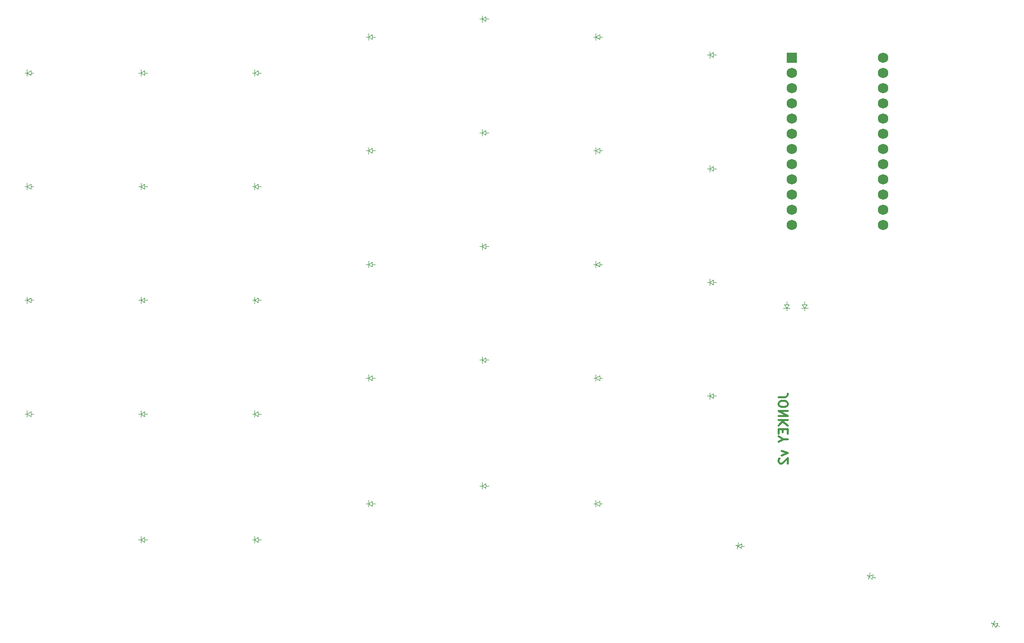
<source format=gbr>
%TF.GenerationSoftware,KiCad,Pcbnew,8.0.6*%
%TF.CreationDate,2024-11-25T22:34:02-05:00*%
%TF.ProjectId,jonkey-v2,6a6f6e6b-6579-42d7-9632-2e6b69636164,v1.0.0*%
%TF.SameCoordinates,Original*%
%TF.FileFunction,Legend,Bot*%
%TF.FilePolarity,Positive*%
%FSLAX46Y46*%
G04 Gerber Fmt 4.6, Leading zero omitted, Abs format (unit mm)*
G04 Created by KiCad (PCBNEW 8.0.6) date 2024-11-25 22:34:02*
%MOMM*%
%LPD*%
G01*
G04 APERTURE LIST*
%ADD10C,0.300000*%
%ADD11C,0.100000*%
%ADD12R,1.752600X1.752600*%
%ADD13C,1.752600*%
G04 APERTURE END LIST*
D10*
X232678328Y-145714286D02*
X233749757Y-145714286D01*
X233749757Y-145714286D02*
X233964042Y-145642857D01*
X233964042Y-145642857D02*
X234106900Y-145500000D01*
X234106900Y-145500000D02*
X234178328Y-145285714D01*
X234178328Y-145285714D02*
X234178328Y-145142857D01*
X232678328Y-146714286D02*
X232678328Y-147000000D01*
X232678328Y-147000000D02*
X232749757Y-147142857D01*
X232749757Y-147142857D02*
X232892614Y-147285714D01*
X232892614Y-147285714D02*
X233178328Y-147357143D01*
X233178328Y-147357143D02*
X233678328Y-147357143D01*
X233678328Y-147357143D02*
X233964042Y-147285714D01*
X233964042Y-147285714D02*
X234106900Y-147142857D01*
X234106900Y-147142857D02*
X234178328Y-147000000D01*
X234178328Y-147000000D02*
X234178328Y-146714286D01*
X234178328Y-146714286D02*
X234106900Y-146571429D01*
X234106900Y-146571429D02*
X233964042Y-146428571D01*
X233964042Y-146428571D02*
X233678328Y-146357143D01*
X233678328Y-146357143D02*
X233178328Y-146357143D01*
X233178328Y-146357143D02*
X232892614Y-146428571D01*
X232892614Y-146428571D02*
X232749757Y-146571429D01*
X232749757Y-146571429D02*
X232678328Y-146714286D01*
X234178328Y-148000000D02*
X232678328Y-148000000D01*
X232678328Y-148000000D02*
X234178328Y-148857143D01*
X234178328Y-148857143D02*
X232678328Y-148857143D01*
X234178328Y-149571429D02*
X232678328Y-149571429D01*
X234178328Y-150428572D02*
X233321185Y-149785715D01*
X232678328Y-150428572D02*
X233535471Y-149571429D01*
X233392614Y-151071429D02*
X233392614Y-151571429D01*
X234178328Y-151785715D02*
X234178328Y-151071429D01*
X234178328Y-151071429D02*
X232678328Y-151071429D01*
X232678328Y-151071429D02*
X232678328Y-151785715D01*
X233464042Y-152714287D02*
X234178328Y-152714287D01*
X232678328Y-152214287D02*
X233464042Y-152714287D01*
X233464042Y-152714287D02*
X232678328Y-153214287D01*
X233178328Y-154714286D02*
X234178328Y-155071429D01*
X234178328Y-155071429D02*
X233178328Y-155428572D01*
X232821185Y-155928572D02*
X232749757Y-156000000D01*
X232749757Y-156000000D02*
X232678328Y-156142858D01*
X232678328Y-156142858D02*
X232678328Y-156500000D01*
X232678328Y-156500000D02*
X232749757Y-156642858D01*
X232749757Y-156642858D02*
X232821185Y-156714286D01*
X232821185Y-156714286D02*
X232964042Y-156785715D01*
X232964042Y-156785715D02*
X233106900Y-156785715D01*
X233106900Y-156785715D02*
X233321185Y-156714286D01*
X233321185Y-156714286D02*
X234178328Y-155857143D01*
X234178328Y-155857143D02*
X234178328Y-156785715D01*
D11*
%TO.C,D8*%
X125750000Y-110500000D02*
X126150000Y-110500000D01*
X126150000Y-110500000D02*
X126150000Y-109950000D01*
X126150000Y-110500000D02*
X126150000Y-111050000D01*
X126150000Y-110500000D02*
X126750000Y-110100000D01*
X126750000Y-110100000D02*
X126750000Y-110900000D01*
X126750000Y-110500000D02*
X127250000Y-110500000D01*
X126750000Y-110900000D02*
X126150000Y-110500000D01*
%TO.C,D5*%
X125750000Y-169500000D02*
X126150000Y-169500000D01*
X126150000Y-169500000D02*
X126150000Y-168950000D01*
X126150000Y-169500000D02*
X126150000Y-170050000D01*
X126150000Y-169500000D02*
X126750000Y-169100000D01*
X126750000Y-169100000D02*
X126750000Y-169900000D01*
X126750000Y-169500000D02*
X127250000Y-169500000D01*
X126750000Y-169900000D02*
X126150000Y-169500000D01*
%TO.C,R11*%
X234400000Y-130250000D02*
X234000000Y-130850000D01*
X234000000Y-131250000D02*
X234000000Y-130850000D01*
X234000000Y-130850000D02*
X234550000Y-130850000D01*
X234000000Y-130850000D02*
X233600000Y-130250000D01*
X234000000Y-130850000D02*
X233450000Y-130850000D01*
X234000000Y-130250000D02*
X234000000Y-129750000D01*
X233600000Y-130250000D02*
X234400000Y-130250000D01*
%TO.C,D17*%
X163750000Y-123500000D02*
X164150000Y-123500000D01*
X164150000Y-123500000D02*
X164150000Y-122950000D01*
X164150000Y-123500000D02*
X164150000Y-124050000D01*
X164150000Y-123500000D02*
X164750000Y-123100000D01*
X164750000Y-123100000D02*
X164750000Y-123900000D01*
X164750000Y-123500000D02*
X165250000Y-123500000D01*
X164750000Y-123900000D02*
X164150000Y-123500000D01*
%TO.C,D34*%
X225453165Y-170444280D02*
X225849272Y-170499949D01*
X225849272Y-170499949D02*
X225772727Y-171044597D01*
X225849272Y-170499949D02*
X225925817Y-169955302D01*
X225849272Y-170499949D02*
X226499102Y-170187346D01*
X226387764Y-170979561D02*
X225849272Y-170499949D01*
X226443433Y-170583453D02*
X226938567Y-170653040D01*
X226499102Y-170187346D02*
X226387764Y-170979561D01*
%TO.C,D6*%
X125750000Y-148500000D02*
X126150000Y-148500000D01*
X126150000Y-148500000D02*
X126150000Y-147950000D01*
X126150000Y-148500000D02*
X126150000Y-149050000D01*
X126150000Y-148500000D02*
X126750000Y-148100000D01*
X126750000Y-148100000D02*
X126750000Y-148900000D01*
X126750000Y-148500000D02*
X127250000Y-148500000D01*
X126750000Y-148900000D02*
X126150000Y-148500000D01*
%TO.C,D1*%
X106750000Y-148500000D02*
X107150000Y-148500000D01*
X107150000Y-148500000D02*
X107150000Y-147950000D01*
X107150000Y-148500000D02*
X107150000Y-149050000D01*
X107150000Y-148500000D02*
X107750000Y-148100000D01*
X107750000Y-148100000D02*
X107750000Y-148900000D01*
X107750000Y-148500000D02*
X108250000Y-148500000D01*
X107750000Y-148900000D02*
X107150000Y-148500000D01*
%TO.C,D7*%
X125750000Y-129500000D02*
X126150000Y-129500000D01*
X126150000Y-129500000D02*
X126150000Y-128950000D01*
X126150000Y-129500000D02*
X126150000Y-130050000D01*
X126150000Y-129500000D02*
X126750000Y-129100000D01*
X126750000Y-129100000D02*
X126750000Y-129900000D01*
X126750000Y-129500000D02*
X127250000Y-129500000D01*
X126750000Y-129900000D02*
X126150000Y-129500000D01*
%TO.C,D18*%
X163750000Y-104500000D02*
X164150000Y-104500000D01*
X164150000Y-104500000D02*
X164150000Y-103950000D01*
X164150000Y-104500000D02*
X164150000Y-105050000D01*
X164150000Y-104500000D02*
X164750000Y-104100000D01*
X164750000Y-104100000D02*
X164750000Y-104900000D01*
X164750000Y-104500000D02*
X165250000Y-104500000D01*
X164750000Y-104900000D02*
X164150000Y-104500000D01*
%TO.C,D4*%
X106750000Y-91500000D02*
X107150000Y-91500000D01*
X107150000Y-91500000D02*
X107150000Y-90950000D01*
X107150000Y-91500000D02*
X107150000Y-92050000D01*
X107150000Y-91500000D02*
X107750000Y-91100000D01*
X107750000Y-91100000D02*
X107750000Y-91900000D01*
X107750000Y-91500000D02*
X108250000Y-91500000D01*
X107750000Y-91900000D02*
X107150000Y-91500000D01*
%TO.C,D32*%
X220750000Y-107500000D02*
X221150000Y-107500000D01*
X221150000Y-107500000D02*
X221150000Y-106950000D01*
X221150000Y-107500000D02*
X221150000Y-108050000D01*
X221150000Y-107500000D02*
X221750000Y-107100000D01*
X221750000Y-107100000D02*
X221750000Y-107900000D01*
X221750000Y-107500000D02*
X222250000Y-107500000D01*
X221750000Y-107900000D02*
X221150000Y-107500000D01*
%TO.C,D33*%
X220750000Y-88500000D02*
X221150000Y-88500000D01*
X221150000Y-88500000D02*
X221150000Y-87950000D01*
X221150000Y-88500000D02*
X221150000Y-89050000D01*
X221150000Y-88500000D02*
X221750000Y-88100000D01*
X221750000Y-88100000D02*
X221750000Y-88900000D01*
X221750000Y-88500000D02*
X222250000Y-88500000D01*
X221750000Y-88900000D02*
X221150000Y-88500000D01*
%TO.C,D2*%
X106750000Y-129500000D02*
X107150000Y-129500000D01*
X107150000Y-129500000D02*
X107150000Y-128950000D01*
X107150000Y-129500000D02*
X107150000Y-130050000D01*
X107150000Y-129500000D02*
X107750000Y-129100000D01*
X107750000Y-129100000D02*
X107750000Y-129900000D01*
X107750000Y-129500000D02*
X108250000Y-129500000D01*
X107750000Y-129900000D02*
X107150000Y-129500000D01*
%TO.C,D3*%
X106750000Y-110500000D02*
X107150000Y-110500000D01*
X107150000Y-110500000D02*
X107150000Y-109950000D01*
X107150000Y-110500000D02*
X107150000Y-111050000D01*
X107150000Y-110500000D02*
X107750000Y-110100000D01*
X107750000Y-110100000D02*
X107750000Y-110900000D01*
X107750000Y-110500000D02*
X108250000Y-110500000D01*
X107750000Y-110900000D02*
X107150000Y-110500000D01*
%TO.C,D25*%
X201750000Y-163500000D02*
X202150000Y-163500000D01*
X202150000Y-163500000D02*
X202150000Y-162950000D01*
X202150000Y-163500000D02*
X202150000Y-164050000D01*
X202150000Y-163500000D02*
X202750000Y-163100000D01*
X202750000Y-163100000D02*
X202750000Y-163900000D01*
X202750000Y-163500000D02*
X203250000Y-163500000D01*
X202750000Y-163900000D02*
X202150000Y-163500000D01*
%TO.C,D28*%
X201750000Y-104500000D02*
X202150000Y-104500000D01*
X202150000Y-104500000D02*
X202150000Y-103950000D01*
X202150000Y-104500000D02*
X202150000Y-105050000D01*
X202150000Y-104500000D02*
X202750000Y-104100000D01*
X202750000Y-104100000D02*
X202750000Y-104900000D01*
X202750000Y-104500000D02*
X203250000Y-104500000D01*
X202750000Y-104900000D02*
X202150000Y-104500000D01*
%TO.C,D12*%
X144750000Y-129500000D02*
X145150000Y-129500000D01*
X145150000Y-129500000D02*
X145150000Y-128950000D01*
X145150000Y-129500000D02*
X145150000Y-130050000D01*
X145150000Y-129500000D02*
X145750000Y-129100000D01*
X145750000Y-129100000D02*
X145750000Y-129900000D01*
X145750000Y-129500000D02*
X146250000Y-129500000D01*
X145750000Y-129900000D02*
X145150000Y-129500000D01*
%TO.C,D24*%
X182750000Y-82500000D02*
X183150000Y-82500000D01*
X183150000Y-82500000D02*
X183150000Y-81950000D01*
X183150000Y-82500000D02*
X183150000Y-83050000D01*
X183150000Y-82500000D02*
X183750000Y-82100000D01*
X183750000Y-82100000D02*
X183750000Y-82900000D01*
X183750000Y-82500000D02*
X184250000Y-82500000D01*
X183750000Y-82900000D02*
X183150000Y-82500000D01*
%TO.C,D31*%
X220750000Y-126500000D02*
X221150000Y-126500000D01*
X221150000Y-126500000D02*
X221150000Y-125950000D01*
X221150000Y-126500000D02*
X221150000Y-127050000D01*
X221150000Y-126500000D02*
X221750000Y-126100000D01*
X221750000Y-126100000D02*
X221750000Y-126900000D01*
X221750000Y-126500000D02*
X222250000Y-126500000D01*
X221750000Y-126900000D02*
X221150000Y-126500000D01*
%TO.C,D35*%
X247391864Y-175471295D02*
X247776368Y-175581550D01*
X247776368Y-175581550D02*
X247624768Y-176110244D01*
X247776368Y-175581550D02*
X247927969Y-175052856D01*
X247776368Y-175581550D02*
X248463380Y-175362428D01*
X248242870Y-176131437D02*
X247776368Y-175581550D01*
X248353124Y-175746932D02*
X248833756Y-175884751D01*
X248463380Y-175362428D02*
X248242870Y-176131437D01*
%TO.C,D10*%
X144750000Y-169500000D02*
X145150000Y-169500000D01*
X145150000Y-169500000D02*
X145150000Y-168950000D01*
X145150000Y-169500000D02*
X145150000Y-170050000D01*
X145150000Y-169500000D02*
X145750000Y-169100000D01*
X145750000Y-169100000D02*
X145750000Y-169900000D01*
X145750000Y-169500000D02*
X146250000Y-169500000D01*
X145750000Y-169900000D02*
X145150000Y-169500000D01*
%TO.C,D27*%
X201750000Y-123500000D02*
X202150000Y-123500000D01*
X202150000Y-123500000D02*
X202150000Y-122950000D01*
X202150000Y-123500000D02*
X202150000Y-124050000D01*
X202150000Y-123500000D02*
X202750000Y-123100000D01*
X202750000Y-123100000D02*
X202750000Y-123900000D01*
X202750000Y-123500000D02*
X203250000Y-123500000D01*
X202750000Y-123900000D02*
X202150000Y-123500000D01*
%TO.C,D11*%
X144750000Y-148500000D02*
X145150000Y-148500000D01*
X145150000Y-148500000D02*
X145150000Y-147950000D01*
X145150000Y-148500000D02*
X145150000Y-149050000D01*
X145150000Y-148500000D02*
X145750000Y-148100000D01*
X145750000Y-148100000D02*
X145750000Y-148900000D01*
X145750000Y-148500000D02*
X146250000Y-148500000D01*
X145750000Y-148900000D02*
X145150000Y-148500000D01*
%TO.C,D14*%
X144750000Y-91500000D02*
X145150000Y-91500000D01*
X145150000Y-91500000D02*
X145150000Y-90950000D01*
X145150000Y-91500000D02*
X145150000Y-92050000D01*
X145150000Y-91500000D02*
X145750000Y-91100000D01*
X145750000Y-91100000D02*
X145750000Y-91900000D01*
X145750000Y-91500000D02*
X146250000Y-91500000D01*
X145750000Y-91900000D02*
X145150000Y-91500000D01*
%TO.C,D9*%
X125750000Y-91500000D02*
X126150000Y-91500000D01*
X126150000Y-91500000D02*
X126150000Y-90950000D01*
X126150000Y-91500000D02*
X126150000Y-92050000D01*
X126150000Y-91500000D02*
X126750000Y-91100000D01*
X126750000Y-91100000D02*
X126750000Y-91900000D01*
X126750000Y-91500000D02*
X127250000Y-91500000D01*
X126750000Y-91900000D02*
X126150000Y-91500000D01*
%TO.C,D13*%
X144750000Y-110500000D02*
X145150000Y-110500000D01*
X145150000Y-110500000D02*
X145150000Y-109950000D01*
X145150000Y-110500000D02*
X145150000Y-111050000D01*
X145150000Y-110500000D02*
X145750000Y-110100000D01*
X145750000Y-110100000D02*
X145750000Y-110900000D01*
X145750000Y-110500000D02*
X146250000Y-110500000D01*
X145750000Y-110900000D02*
X145150000Y-110500000D01*
%TO.C,D36*%
X268155232Y-183407233D02*
X268520650Y-183569927D01*
X268520650Y-183569927D02*
X268296945Y-184072377D01*
X268520650Y-183569927D02*
X268744355Y-183067477D01*
X268520650Y-183569927D02*
X269231472Y-183448551D01*
X268906083Y-184179387D02*
X268520650Y-183569927D01*
X269068777Y-183813969D02*
X269525550Y-184017337D01*
X269231472Y-183448551D02*
X268906083Y-184179387D01*
%TO.C,D16*%
X163750000Y-142500000D02*
X164150000Y-142500000D01*
X164150000Y-142500000D02*
X164150000Y-141950000D01*
X164150000Y-142500000D02*
X164150000Y-143050000D01*
X164150000Y-142500000D02*
X164750000Y-142100000D01*
X164750000Y-142100000D02*
X164750000Y-142900000D01*
X164750000Y-142500000D02*
X165250000Y-142500000D01*
X164750000Y-142900000D02*
X164150000Y-142500000D01*
%TO.C,D30*%
X220750000Y-145500000D02*
X221150000Y-145500000D01*
X221150000Y-145500000D02*
X221150000Y-144950000D01*
X221150000Y-145500000D02*
X221150000Y-146050000D01*
X221150000Y-145500000D02*
X221750000Y-145100000D01*
X221750000Y-145100000D02*
X221750000Y-145900000D01*
X221750000Y-145500000D02*
X222250000Y-145500000D01*
X221750000Y-145900000D02*
X221150000Y-145500000D01*
%TO.C,D21*%
X182750000Y-139500000D02*
X183150000Y-139500000D01*
X183150000Y-139500000D02*
X183150000Y-138950000D01*
X183150000Y-139500000D02*
X183150000Y-140050000D01*
X183150000Y-139500000D02*
X183750000Y-139100000D01*
X183750000Y-139100000D02*
X183750000Y-139900000D01*
X183750000Y-139500000D02*
X184250000Y-139500000D01*
X183750000Y-139900000D02*
X183150000Y-139500000D01*
%TO.C,D26*%
X201750000Y-142500000D02*
X202150000Y-142500000D01*
X202150000Y-142500000D02*
X202150000Y-141950000D01*
X202150000Y-142500000D02*
X202150000Y-143050000D01*
X202150000Y-142500000D02*
X202750000Y-142100000D01*
X202750000Y-142100000D02*
X202750000Y-142900000D01*
X202750000Y-142500000D02*
X203250000Y-142500000D01*
X202750000Y-142900000D02*
X202150000Y-142500000D01*
%TO.C,R21*%
X237400000Y-130250000D02*
X237000000Y-130850000D01*
X237000000Y-131250000D02*
X237000000Y-130850000D01*
X237000000Y-130850000D02*
X237550000Y-130850000D01*
X237000000Y-130850000D02*
X236600000Y-130250000D01*
X237000000Y-130850000D02*
X236450000Y-130850000D01*
X237000000Y-130250000D02*
X237000000Y-129750000D01*
X236600000Y-130250000D02*
X237400000Y-130250000D01*
%TO.C,D22*%
X182750000Y-120500000D02*
X183150000Y-120500000D01*
X183150000Y-120500000D02*
X183150000Y-119950000D01*
X183150000Y-120500000D02*
X183150000Y-121050000D01*
X183150000Y-120500000D02*
X183750000Y-120100000D01*
X183750000Y-120100000D02*
X183750000Y-120900000D01*
X183750000Y-120500000D02*
X184250000Y-120500000D01*
X183750000Y-120900000D02*
X183150000Y-120500000D01*
%TO.C,D23*%
X182750000Y-101500000D02*
X183150000Y-101500000D01*
X183150000Y-101500000D02*
X183150000Y-100950000D01*
X183150000Y-101500000D02*
X183150000Y-102050000D01*
X183150000Y-101500000D02*
X183750000Y-101100000D01*
X183750000Y-101100000D02*
X183750000Y-101900000D01*
X183750000Y-101500000D02*
X184250000Y-101500000D01*
X183750000Y-101900000D02*
X183150000Y-101500000D01*
%TO.C,D20*%
X182750000Y-160500000D02*
X183150000Y-160500000D01*
X183150000Y-160500000D02*
X183150000Y-159950000D01*
X183150000Y-160500000D02*
X183150000Y-161050000D01*
X183150000Y-160500000D02*
X183750000Y-160100000D01*
X183750000Y-160100000D02*
X183750000Y-160900000D01*
X183750000Y-160500000D02*
X184250000Y-160500000D01*
X183750000Y-160900000D02*
X183150000Y-160500000D01*
%TO.C,D29*%
X201750000Y-85500000D02*
X202150000Y-85500000D01*
X202150000Y-85500000D02*
X202150000Y-84950000D01*
X202150000Y-85500000D02*
X202150000Y-86050000D01*
X202150000Y-85500000D02*
X202750000Y-85100000D01*
X202750000Y-85100000D02*
X202750000Y-85900000D01*
X202750000Y-85500000D02*
X203250000Y-85500000D01*
X202750000Y-85900000D02*
X202150000Y-85500000D01*
%TO.C,D15*%
X163750000Y-163500000D02*
X164150000Y-163500000D01*
X164150000Y-163500000D02*
X164150000Y-162950000D01*
X164150000Y-163500000D02*
X164150000Y-164050000D01*
X164150000Y-163500000D02*
X164750000Y-163100000D01*
X164750000Y-163100000D02*
X164750000Y-163900000D01*
X164750000Y-163500000D02*
X165250000Y-163500000D01*
X164750000Y-163900000D02*
X164150000Y-163500000D01*
%TO.C,D19*%
X163750000Y-85500000D02*
X164150000Y-85500000D01*
X164150000Y-85500000D02*
X164150000Y-84950000D01*
X164150000Y-85500000D02*
X164150000Y-86050000D01*
X164150000Y-85500000D02*
X164750000Y-85100000D01*
X164750000Y-85100000D02*
X164750000Y-85900000D01*
X164750000Y-85500000D02*
X165250000Y-85500000D01*
X164750000Y-85900000D02*
X164150000Y-85500000D01*
%TD*%
D12*
%TO.C,MCU1*%
X234880000Y-89030000D03*
D13*
X234880000Y-91570000D03*
X234880000Y-94110000D03*
X234880000Y-96650000D03*
X234880000Y-99190000D03*
X234880000Y-101730000D03*
X234880000Y-104270000D03*
X234880000Y-106810000D03*
X234880000Y-109350000D03*
X234880000Y-111890000D03*
X234880000Y-114430000D03*
X234880000Y-116970000D03*
X250120000Y-89030000D03*
X250120000Y-91570000D03*
X250120000Y-94110000D03*
X250120000Y-96650000D03*
X250120000Y-99190000D03*
X250120000Y-101730000D03*
X250120000Y-104270000D03*
X250120000Y-106810000D03*
X250120000Y-109350000D03*
X250120000Y-111890000D03*
X250120000Y-114430000D03*
X250120000Y-116970000D03*
%TD*%
M02*

</source>
